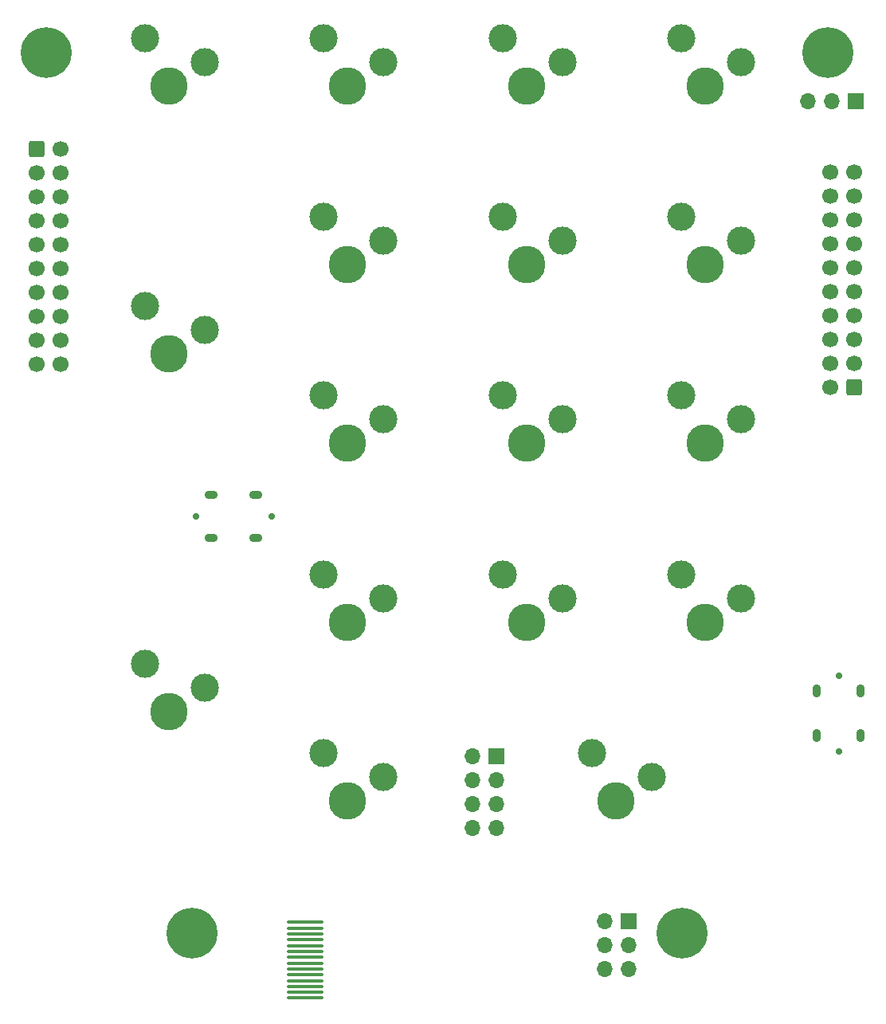
<source format=gbr>
%TF.GenerationSoftware,KiCad,Pcbnew,7.0.7-7.0.7~ubuntu20.04.1*%
%TF.CreationDate,2023-08-30T23:35:39-07:00*%
%TF.ProjectId,v2_controller,76325f63-6f6e-4747-926f-6c6c65722e6b,rev?*%
%TF.SameCoordinates,Original*%
%TF.FileFunction,Soldermask,Bot*%
%TF.FilePolarity,Negative*%
%FSLAX46Y46*%
G04 Gerber Fmt 4.6, Leading zero omitted, Abs format (unit mm)*
G04 Created by KiCad (PCBNEW 7.0.7-7.0.7~ubuntu20.04.1) date 2023-08-30 23:35:39*
%MOMM*%
%LPD*%
G01*
G04 APERTURE LIST*
G04 Aperture macros list*
%AMRoundRect*
0 Rectangle with rounded corners*
0 $1 Rounding radius*
0 $2 $3 $4 $5 $6 $7 $8 $9 X,Y pos of 4 corners*
0 Add a 4 corners polygon primitive as box body*
4,1,4,$2,$3,$4,$5,$6,$7,$8,$9,$2,$3,0*
0 Add four circle primitives for the rounded corners*
1,1,$1+$1,$2,$3*
1,1,$1+$1,$4,$5*
1,1,$1+$1,$6,$7*
1,1,$1+$1,$8,$9*
0 Add four rect primitives between the rounded corners*
20,1,$1+$1,$2,$3,$4,$5,0*
20,1,$1+$1,$4,$5,$6,$7,0*
20,1,$1+$1,$6,$7,$8,$9,0*
20,1,$1+$1,$8,$9,$2,$3,0*%
G04 Aperture macros list end*
%ADD10C,0.700000*%
%ADD11O,1.400000X0.900000*%
%ADD12O,0.900000X1.400000*%
%ADD13RoundRect,0.250000X0.600000X0.600000X-0.600000X0.600000X-0.600000X-0.600000X0.600000X-0.600000X0*%
%ADD14C,1.700000*%
%ADD15RoundRect,0.250000X-0.600000X-0.600000X0.600000X-0.600000X0.600000X0.600000X-0.600000X0.600000X0*%
%ADD16C,0.800000*%
%ADD17C,5.400000*%
%ADD18R,1.700000X1.700000*%
%ADD19O,1.700000X1.700000*%
%ADD20C,3.000000*%
%ADD21C,3.987800*%
%ADD22O,4.000000X0.320000*%
G04 APERTURE END LIST*
D10*
%TO.C,J1*%
X64400000Y-93750000D03*
X72400000Y-93750000D03*
D11*
X66030000Y-96070000D03*
X70770000Y-96070000D03*
X66030000Y-91430000D03*
X70770000Y-91430000D03*
%TD*%
D10*
%TO.C,J2*%
X132672000Y-118698000D03*
X132672000Y-110698000D03*
D12*
X134992000Y-117068000D03*
X134992000Y-112328000D03*
X130352000Y-117068000D03*
X130352000Y-112328000D03*
%TD*%
D13*
%TO.C,J3*%
X134300000Y-80060000D03*
D14*
X131760000Y-80060000D03*
X134300000Y-77520000D03*
X131760000Y-77520000D03*
X134300000Y-74980000D03*
X131760000Y-74980000D03*
X134300000Y-72440000D03*
X131760000Y-72440000D03*
X134300000Y-69900000D03*
X131760000Y-69900000D03*
X134300000Y-67360000D03*
X131760000Y-67360000D03*
X134300000Y-64820000D03*
X131760000Y-64820000D03*
X134300000Y-62280000D03*
X131760000Y-62280000D03*
X134300000Y-59740000D03*
X131760000Y-59740000D03*
X134300000Y-57200000D03*
X131760000Y-57200000D03*
%TD*%
D15*
%TO.C,J4*%
X47429600Y-54718400D03*
D14*
X49969600Y-54718400D03*
X47429600Y-57258400D03*
X49969600Y-57258400D03*
X47429600Y-59798400D03*
X49969600Y-59798400D03*
X47429600Y-62338400D03*
X49969600Y-62338400D03*
X47429600Y-64878400D03*
X49969600Y-64878400D03*
X47429600Y-67418400D03*
X49969600Y-67418400D03*
X47429600Y-69958400D03*
X49969600Y-69958400D03*
X47429600Y-72498400D03*
X49969600Y-72498400D03*
X47429600Y-75038400D03*
X49969600Y-75038400D03*
X47429600Y-77578400D03*
X49969600Y-77578400D03*
%TD*%
D16*
%TO.C,H2*%
X129475000Y-44500000D03*
X130068109Y-43068109D03*
X130068109Y-45931891D03*
X131500000Y-42475000D03*
D17*
X131500000Y-44500000D03*
D16*
X131500000Y-46525000D03*
X132931891Y-43068109D03*
X132931891Y-45931891D03*
X133525000Y-44500000D03*
%TD*%
%TO.C,H4*%
X113975000Y-138000000D03*
X114568109Y-136568109D03*
X114568109Y-139431891D03*
X116000000Y-135975000D03*
D17*
X116000000Y-138000000D03*
D16*
X116000000Y-140025000D03*
X117431891Y-136568109D03*
X117431891Y-139431891D03*
X118025000Y-138000000D03*
%TD*%
D18*
%TO.C,J7*%
X134480000Y-49600000D03*
D19*
X131940000Y-49600000D03*
X129400000Y-49600000D03*
%TD*%
D16*
%TO.C,H3*%
X61975000Y-138000000D03*
X62568109Y-136568109D03*
X62568109Y-139431891D03*
X64000000Y-135975000D03*
D17*
X64000000Y-138000000D03*
D16*
X64000000Y-140025000D03*
X65431891Y-136568109D03*
X65431891Y-139431891D03*
X66025000Y-138000000D03*
%TD*%
D18*
%TO.C,J6*%
X110363000Y-136779000D03*
D19*
X107823000Y-136779000D03*
X110363000Y-139319000D03*
X107823000Y-139319000D03*
X110363000Y-141859000D03*
X107823000Y-141859000D03*
%TD*%
D16*
%TO.C,H1*%
X46475000Y-44500000D03*
X47068109Y-43068109D03*
X47068109Y-45931891D03*
X48500000Y-42475000D03*
D17*
X48500000Y-44500000D03*
D16*
X48500000Y-46525000D03*
X49931891Y-43068109D03*
X49931891Y-45931891D03*
X50525000Y-44500000D03*
%TD*%
D18*
%TO.C,J5*%
X96290000Y-119200000D03*
D19*
X93750000Y-119200000D03*
X96290000Y-121740000D03*
X93750000Y-121740000D03*
X96290000Y-124280000D03*
X93750000Y-124280000D03*
X96290000Y-126820000D03*
X93750000Y-126820000D03*
%TD*%
D20*
%TO.C,SW10*%
X122310000Y-64460000D03*
D21*
X118500000Y-67000000D03*
D20*
X115960000Y-61920000D03*
%TD*%
%TO.C,SW17*%
X65310000Y-45460000D03*
D21*
X61500000Y-48000000D03*
D20*
X58960000Y-42920000D03*
%TD*%
%TO.C,SW14*%
X122310000Y-45460000D03*
D21*
X118500000Y-48000000D03*
D20*
X115960000Y-42920000D03*
%TD*%
%TO.C,SW7*%
X122310000Y-83460000D03*
D21*
X118500000Y-86000000D03*
D20*
X115960000Y-80920000D03*
%TD*%
%TO.C,SW15*%
X103310000Y-45460000D03*
D21*
X99500000Y-48000000D03*
D20*
X96960000Y-42920000D03*
%TD*%
%TO.C,SW13*%
X65310000Y-73960000D03*
D21*
X61500000Y-76500000D03*
D20*
X58960000Y-71420000D03*
%TD*%
%TO.C,SW1*%
X112810000Y-121460000D03*
D21*
X109000000Y-124000000D03*
D20*
X106460000Y-118920000D03*
%TD*%
%TO.C,SW4*%
X103310000Y-102460000D03*
D21*
X99500000Y-105000000D03*
D20*
X96960000Y-99920000D03*
%TD*%
%TO.C,SW16*%
X84310000Y-45460000D03*
D21*
X80500000Y-48000000D03*
D20*
X77960000Y-42920000D03*
%TD*%
%TO.C,SW8*%
X103310000Y-83460000D03*
D21*
X99500000Y-86000000D03*
D20*
X96960000Y-80920000D03*
%TD*%
D22*
%TO.C,U2*%
X76000000Y-144930000D03*
X76000000Y-144310000D03*
X76000000Y-143690000D03*
X76000000Y-143070000D03*
X76000000Y-142450000D03*
X76000000Y-141830000D03*
X76000000Y-141210000D03*
X76000000Y-140590000D03*
X76000000Y-139970000D03*
X76000000Y-139350000D03*
X76000000Y-138730000D03*
X76000000Y-138110000D03*
X76000000Y-137490000D03*
X76000000Y-136870000D03*
%TD*%
D20*
%TO.C,SW9*%
X84310000Y-83460000D03*
D21*
X80500000Y-86000000D03*
D20*
X77960000Y-80920000D03*
%TD*%
%TO.C,SW11*%
X103310000Y-64460000D03*
D21*
X99500000Y-67000000D03*
D20*
X96960000Y-61920000D03*
%TD*%
%TO.C,SW3*%
X122310000Y-102460000D03*
D21*
X118500000Y-105000000D03*
D20*
X115960000Y-99920000D03*
%TD*%
%TO.C,SW6*%
X65310000Y-111960000D03*
D21*
X61500000Y-114500000D03*
D20*
X58960000Y-109420000D03*
%TD*%
%TO.C,SW5*%
X84310000Y-102460000D03*
D21*
X80500000Y-105000000D03*
D20*
X77960000Y-99920000D03*
%TD*%
%TO.C,SW2*%
X84310000Y-121460000D03*
D21*
X80500000Y-124000000D03*
D20*
X77960000Y-118920000D03*
%TD*%
%TO.C,SW12*%
X84310000Y-64460000D03*
D21*
X80500000Y-67000000D03*
D20*
X77960000Y-61920000D03*
%TD*%
M02*

</source>
